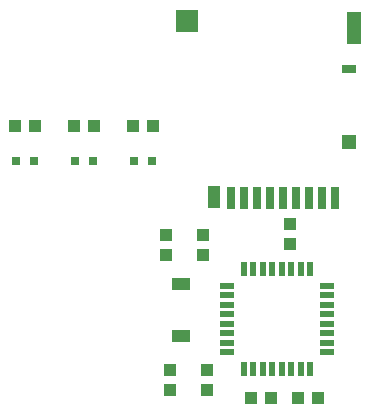
<source format=gbr>
G04 EAGLE Gerber RS-274X export*
G75*
%MOMM*%
%FSLAX34Y34*%
%LPD*%
%INSolderpaste Top*%
%IPPOS*%
%AMOC8*
5,1,8,0,0,1.08239X$1,22.5*%
G01*
%ADD10R,1.100000X1.000000*%
%ADD11R,1.000000X1.100000*%
%ADD12R,0.800000X0.800000*%
%ADD13R,1.600000X1.050000*%
%ADD14R,0.500000X1.200000*%
%ADD15R,1.200000X0.500000*%
%ADD16R,0.700000X1.900000*%
%ADD17R,1.000000X1.900000*%
%ADD18R,1.200000X1.200000*%
%ADD19R,1.200000X0.800000*%
%ADD20R,1.200000X2.800000*%
%ADD21R,1.900000X1.900000*%


D10*
X258500Y110000D03*
X241500Y110000D03*
D11*
X200910Y230740D03*
X200910Y247740D03*
X169320Y230740D03*
X169320Y247740D03*
X204550Y133150D03*
X204550Y116150D03*
D12*
X42500Y310000D03*
X57500Y310000D03*
X92500Y310000D03*
X107500Y310000D03*
X142500Y310000D03*
X157500Y310000D03*
D11*
X281500Y110000D03*
X298500Y110000D03*
D10*
X274480Y239880D03*
X274480Y256880D03*
X172960Y133150D03*
X172960Y116150D03*
D11*
X158500Y340000D03*
X141500Y340000D03*
X58500Y340000D03*
X41500Y340000D03*
X108500Y340000D03*
X91500Y340000D03*
D13*
X182490Y162100D03*
X182490Y206600D03*
D14*
X291650Y219080D03*
X283650Y219080D03*
X275650Y219080D03*
X267650Y219080D03*
X259650Y219080D03*
X251650Y219080D03*
X243650Y219080D03*
X235650Y219080D03*
D15*
X306150Y204580D03*
X306150Y196580D03*
X306150Y188580D03*
X306150Y180580D03*
X306150Y172580D03*
X306150Y164580D03*
X306150Y156580D03*
X306150Y148580D03*
X221150Y204580D03*
X221150Y196580D03*
X221150Y188580D03*
X221150Y180580D03*
X221150Y172580D03*
X221150Y164580D03*
X221150Y156580D03*
X221150Y148580D03*
D14*
X291650Y134080D03*
X283650Y134080D03*
X275650Y134080D03*
X267650Y134080D03*
X259650Y134080D03*
X251650Y134080D03*
X243650Y134080D03*
X235650Y134080D03*
D16*
X257900Y279380D03*
X246900Y279380D03*
X235900Y279380D03*
X224900Y279380D03*
X268900Y279380D03*
X279900Y279380D03*
X290900Y279380D03*
X301900Y279380D03*
D17*
X209900Y279570D03*
D16*
X312900Y279380D03*
D18*
X324900Y326380D03*
D19*
X324900Y388380D03*
D20*
X328710Y423110D03*
D21*
X187360Y429000D03*
M02*

</source>
